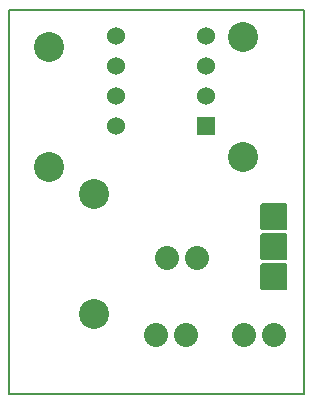
<source format=gbr>
G04 PROTEUS GERBER X2 FILE*
%TF.GenerationSoftware,Labcenter,Proteus,8.10-SP3-Build29560*%
%TF.CreationDate,2021-11-08T14:01:37+00:00*%
%TF.FileFunction,Soldermask,Top*%
%TF.FilePolarity,Negative*%
%TF.Part,Single*%
%TF.SameCoordinates,{7c1fb083-864a-452a-ad60-76d9de97a9ee}*%
%FSLAX45Y45*%
%MOMM*%
G01*
%AMPPAD007*
4,1,36,
-0.762000,-0.635000,
-0.762000,0.635000,
-0.759470,0.660970,
-0.752200,0.684980,
-0.740650,0.706580,
-0.725290,0.725290,
-0.706570,0.740650,
-0.684980,0.752200,
-0.660970,0.759470,
-0.635000,0.762000,
0.635000,0.762000,
0.660970,0.759470,
0.684980,0.752200,
0.706570,0.740650,
0.725290,0.725290,
0.740650,0.706580,
0.752200,0.684980,
0.759470,0.660970,
0.762000,0.635000,
0.762000,-0.635000,
0.759470,-0.660970,
0.752200,-0.684980,
0.740650,-0.706580,
0.725290,-0.725290,
0.706570,-0.740650,
0.684980,-0.752200,
0.660970,-0.759470,
0.635000,-0.762000,
-0.635000,-0.762000,
-0.660970,-0.759470,
-0.684980,-0.752200,
-0.706570,-0.740650,
-0.725290,-0.725290,
-0.740650,-0.706580,
-0.752200,-0.684980,
-0.759470,-0.660970,
-0.762000,-0.635000,
0*%
%TA.AperFunction,Material*%
%ADD17PPAD007*%
%ADD18C,1.524000*%
%TA.AperFunction,Material*%
%ADD19C,2.032000*%
%ADD70C,2.540000*%
%AMPPAD011*
4,1,36,
-1.143000,-1.016000,
-1.143000,1.016000,
-1.140470,1.041970,
-1.133200,1.065980,
-1.121650,1.087580,
-1.106290,1.106290,
-1.087570,1.121650,
-1.065980,1.133200,
-1.041970,1.140470,
-1.016000,1.143000,
1.016000,1.143000,
1.041970,1.140470,
1.065980,1.133200,
1.087570,1.121650,
1.106290,1.106290,
1.121650,1.087580,
1.133200,1.065980,
1.140470,1.041970,
1.143000,1.016000,
1.143000,-1.016000,
1.140470,-1.041970,
1.133200,-1.065980,
1.121650,-1.087580,
1.106290,-1.106290,
1.087570,-1.121650,
1.065980,-1.133200,
1.041970,-1.140470,
1.016000,-1.143000,
-1.016000,-1.143000,
-1.041970,-1.140470,
-1.065980,-1.133200,
-1.087570,-1.121650,
-1.106290,-1.106290,
-1.121650,-1.087580,
-1.133200,-1.065980,
-1.140470,-1.041970,
-1.143000,-1.016000,
0*%
%TA.AperFunction,Material*%
%ADD71PPAD011*%
%TA.AperFunction,Profile*%
%ADD15C,0.203200*%
%TD.AperFunction*%
D17*
X-1579000Y+4020000D03*
D18*
X-1579000Y+4274000D03*
X-1579000Y+4528000D03*
X-1579000Y+4782000D03*
X-2341000Y+4782000D03*
X-2341000Y+4528000D03*
X-2341000Y+4274000D03*
X-2341000Y+4020000D03*
D19*
X-1750000Y+2250000D03*
X-2004000Y+2250000D03*
X-1655000Y+2905000D03*
X-1909000Y+2905000D03*
D70*
X-2524000Y+3441000D03*
X-2524000Y+2425000D03*
X-2909000Y+3675000D03*
X-2909000Y+4691000D03*
X-1262000Y+3754000D03*
X-1262000Y+4770000D03*
D71*
X-1000000Y+2742000D03*
X-1000000Y+2996000D03*
X-1000000Y+3250000D03*
D19*
X-1000000Y+2250000D03*
X-1254000Y+2250000D03*
D15*
X-3250000Y+1750000D02*
X-750000Y+1750000D01*
X-750000Y+5000000D01*
X-3250000Y+5000000D01*
X-3250000Y+1750000D01*
M02*

</source>
